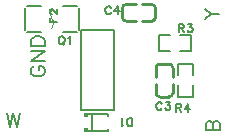
<source format=gto>
G04 Layer: TopSilkscreenLayer*
G04 EasyEDA Pro v2.2.43.4, 2025-11-18 11:00:01*
G04 Gerber Generator version 0.3*
G04 Scale: 100 percent, Rotated: No, Reflected: No*
G04 Dimensions in millimeters*
G04 Leading zeros omitted, absolute positions, 4 integers and 5 decimals*
G04 Generated by one-click*
%FSLAX45Y45*%
%MOMM*%
%ADD10C,0.203*%
%ADD11C,0.1524*%
%ADD12C,0.254*%
%ADD13C,0.15199*%
%ADD14C,0.0762*%
%ADD15C,0.3725*%
G75*


G04 Text Start*
G54D10*
G01X1839214Y988060D02*
G01X1895348Y1033018D01*
G01X1957070Y1033018D01*
G01X1839214Y1077976D02*
G01X1895348Y1033018D01*
G01X1851914Y48260D02*
G01X1969770Y48260D01*
G01X1851914Y48260D02*
G01X1851914Y98806D01*
G01X1857502Y115570D01*
G01X1863090Y121158D01*
G01X1874266Y126746D01*
G01X1885696Y126746D01*
G01X1896872Y121158D01*
G01X1902460Y115570D01*
G01X1908048Y98806D01*
G01X1908048Y48260D02*
G01X1908048Y98806D01*
G01X1913636Y115570D01*
G01X1919224Y121158D01*
G01X1930654Y126746D01*
G01X1947418Y126746D01*
G01X1958594Y121158D01*
G01X1964182Y115570D01*
G01X1969770Y98806D01*
G01X1969770Y48260D01*
G01X394208Y589788D02*
G01X382778Y583946D01*
G01X371602Y572770D01*
G01X366014Y561594D01*
G01X366014Y539242D01*
G01X371602Y527812D01*
G01X382778Y516636D01*
G01X394208Y511048D01*
G01X410972Y505460D01*
G01X438912Y505460D01*
G01X455930Y511048D01*
G01X467106Y516636D01*
G01X478282Y527812D01*
G01X483870Y539242D01*
G01X483870Y561594D01*
G01X478282Y572770D01*
G01X467106Y583946D01*
G01X455930Y589788D01*
G01X438912Y589788D01*
G01X438912Y561594D02*
G01X438912Y589788D01*
G01X366014Y637032D02*
G01X483870Y637032D01*
G01X366014Y637032D02*
G01X483870Y715772D01*
G01X366014Y715772D02*
G01X483870Y715772D01*
G01X366014Y763016D02*
G01X483870Y763016D01*
G01X366014Y763016D02*
G01X366014Y802386D01*
G01X371602Y819150D01*
G01X382778Y830326D01*
G01X394208Y835914D01*
G01X410972Y841756D01*
G01X438912Y841756D01*
G01X455930Y835914D01*
G01X467106Y830326D01*
G01X478282Y819150D01*
G01X483870Y802386D01*
G01X483870Y763016D01*
G01X162560Y192786D02*
G01X190754Y74930D01*
G01X218694Y192786D02*
G01X190754Y74930D01*
G01X218694Y192786D02*
G01X246888Y74930D01*
G01X274828Y192786D02*
G01X246888Y74930D01*
G54D11*
G01X1476502Y269240D02*
G01X1473454Y275590D01*
G01X1467104Y281686D01*
G01X1461008Y284734D01*
G01X1448562Y284734D01*
G01X1442466Y281686D01*
G01X1436116Y275590D01*
G01X1433068Y269240D01*
G01X1430020Y260096D01*
G01X1430020Y244602D01*
G01X1433068Y235204D01*
G01X1436116Y229108D01*
G01X1442466Y222758D01*
G01X1448562Y219710D01*
G01X1461008Y219710D01*
G01X1467104Y222758D01*
G01X1473454Y229108D01*
G01X1476502Y235204D01*
G01X1512824Y284734D02*
G01X1546860Y284734D01*
G01X1528318Y260096D01*
G01X1537462Y260096D01*
G01X1543812Y257048D01*
G01X1546860Y253746D01*
G01X1549908Y244602D01*
G01X1549908Y238252D01*
G01X1546860Y229108D01*
G01X1540764Y222758D01*
G01X1531366Y219710D01*
G01X1521968Y219710D01*
G01X1512824Y222758D01*
G01X1509776Y226060D01*
G01X1506728Y232156D01*
G01X1045464Y1081278D02*
G01X1042416Y1087628D01*
G01X1036066Y1093724D01*
G01X1029970Y1096772D01*
G01X1017524Y1096772D01*
G01X1011428Y1093724D01*
G01X1005078Y1087628D01*
G01X1002030Y1081278D01*
G01X998982Y1072134D01*
G01X998982Y1056640D01*
G01X1002030Y1047242D01*
G01X1005078Y1041146D01*
G01X1011428Y1034796D01*
G01X1017524Y1031748D01*
G01X1029970Y1031748D01*
G01X1036066Y1034796D01*
G01X1042416Y1041146D01*
G01X1045464Y1047242D01*
G01X1106424Y1096772D02*
G01X1075690Y1053592D01*
G01X1121918Y1053592D01*
G01X1106424Y1096772D02*
G01X1106424Y1031748D01*
G01X1224280Y83566D02*
G01X1224280Y148590D01*
G01X1224280Y83566D02*
G01X1202690Y83566D01*
G01X1193292Y86614D01*
G01X1187196Y92710D01*
G01X1184148Y99060D01*
G01X1180846Y108204D01*
G01X1180846Y123698D01*
G01X1184148Y133096D01*
G01X1187196Y139192D01*
G01X1193292Y145542D01*
G01X1202690Y148590D01*
G01X1224280Y148590D01*
G01X1150620Y96012D02*
G01X1144524Y92710D01*
G01X1135380Y83566D01*
G01X1135380Y148590D01*
G01X622734Y841400D02*
G01X616638Y838352D01*
G01X610288Y832256D01*
G01X607240Y825906D01*
G01X604192Y816762D01*
G01X604192Y801268D01*
G01X607240Y791870D01*
G01X610288Y785774D01*
G01X616638Y779424D01*
G01X622734Y776376D01*
G01X635180Y776376D01*
G01X641276Y779424D01*
G01X647626Y785774D01*
G01X650674Y791870D01*
G01X653722Y801268D01*
G01X653722Y816762D01*
G01X650674Y825906D01*
G01X647626Y832256D01*
G01X641276Y838352D01*
G01X635180Y841400D01*
G01X622734Y841400D01*
G01X632132Y788822D02*
G01X650674Y770280D01*
G01X683948Y828954D02*
G01X690044Y832256D01*
G01X699188Y841400D01*
G01X699188Y776376D01*
G01X1620520Y945134D02*
G01X1620520Y880110D01*
G01X1620520Y945134D02*
G01X1648460Y945134D01*
G01X1657604Y942086D01*
G01X1660652Y939038D01*
G01X1663954Y932688D01*
G01X1663954Y926592D01*
G01X1660652Y920496D01*
G01X1657604Y917448D01*
G01X1648460Y914146D01*
G01X1620520Y914146D01*
G01X1642110Y914146D02*
G01X1663954Y880110D01*
G01X1700276Y945134D02*
G01X1734312Y945134D01*
G01X1715770Y920496D01*
G01X1724914Y920496D01*
G01X1731264Y917448D01*
G01X1734312Y914146D01*
G01X1737360Y905002D01*
G01X1737360Y898652D01*
G01X1734312Y889508D01*
G01X1728216Y883158D01*
G01X1718818Y880110D01*
G01X1709420Y880110D01*
G01X1700276Y883158D01*
G01X1697228Y886460D01*
G01X1694180Y892556D01*
G01X1597406Y269748D02*
G01X1597406Y204724D01*
G01X1597406Y269748D02*
G01X1625346Y269748D01*
G01X1634490Y266700D01*
G01X1637538Y263652D01*
G01X1640840Y257302D01*
G01X1640840Y251206D01*
G01X1637538Y245110D01*
G01X1634490Y242062D01*
G01X1625346Y238760D01*
G01X1597406Y238760D01*
G01X1618996Y238760D02*
G01X1640840Y204724D01*
G01X1701800Y269748D02*
G01X1671066Y226568D01*
G01X1717294Y226568D01*
G01X1701800Y269748D02*
G01X1701800Y204724D01*
G01X528066Y960120D02*
G01X593090Y960120D01*
G01X528066Y960120D02*
G01X528066Y1000252D01*
G01X559054Y960120D02*
G01X559054Y985012D01*
G01X543560Y1033526D02*
G01X540512Y1033526D01*
G01X534162Y1036574D01*
G01X531114Y1039622D01*
G01X528066Y1045718D01*
G01X528066Y1058164D01*
G01X531114Y1064514D01*
G01X534162Y1067562D01*
G01X540512Y1070610D01*
G01X546608Y1070610D01*
G01X552704Y1067562D01*
G01X562102Y1061212D01*
G01X593090Y1030478D01*
G01X593090Y1073658D01*
G04 Text End*

G04 PolygonModel Start*
G54D12*
G01X1569557Y441881D02*
G01X1569557Y361884D01*
G01X1569603Y497926D02*
G01X1569603Y577924D01*
G01X1427589Y441881D02*
G01X1427589Y361884D01*
G01X1427637Y497926D02*
G01X1427637Y577924D01*
G01X1538575Y330909D02*
G01X1458570Y330909D01*
G01X1458623Y608902D02*
G01X1538625Y608902D01*
G01X1427637Y577919D02*
G02X1458623Y608902I30983J0D01*
G01X1538620Y608902D02*
G02X1569603Y577919I0J-30983D01*
G01X1569557Y361889D02*
G02X1538575Y330909I-30983J3D01*
G01X1458577Y330909D02*
G02X1427589Y361889I-5J30983D01*
G01X1310719Y1112357D02*
G01X1390716Y1112357D01*
G01X1254674Y1112403D02*
G01X1174676Y1112403D01*
G01X1310719Y970389D02*
G01X1390716Y970389D01*
G01X1254674Y970437D02*
G01X1174676Y970437D01*
G01X1421691Y1081375D02*
G01X1421691Y1001370D01*
G01X1143699Y1001423D02*
G01X1143699Y1081425D01*
G01X1174681Y970437D02*
G02X1143699Y1001423I0J30983D01*
G01X1143699Y1081420D02*
G02X1174681Y1112403I30983J0D01*
G01X1390711Y1112357D02*
G02X1421691Y1081375I-3J-30983D01*
G01X1421691Y1001377D02*
G02X1390711Y970389I-30983J-5D01*
G54D13*
G01X1017224Y41679D02*
G01X1017224Y62301D01*
G01X1017224Y186921D02*
G01X1017224Y167300D01*
G54D11*
G01X841980Y186921D02*
G01X1017224Y186921D01*
G01X841980Y41679D02*
G01X1017224Y41679D01*
G01X882424Y186921D02*
G01X882424Y41679D01*
G36*
G01X849602Y194541D02*
G01X849602Y159301D01*
G01X819122Y159301D01*
G01X819122Y194541D01*
G01X849602Y194541D01*
G37*
G36*
G01X849602Y34059D02*
G01X849602Y69299D01*
G01X819122Y69299D01*
G01X819122Y34059D01*
G01X849602Y34059D01*
G37*
G01X795769Y216545D02*
G01X795769Y896788D01*
G01X795769Y896788D02*
G01X1075047Y896788D01*
G01X1075047Y896788D02*
G01X1075047Y216545D01*
G01X1075047Y216545D02*
G01X795769Y216545D01*
G01X1544879Y853460D02*
G01X1448991Y853460D01*
G01X1448991Y853460D02*
G01X1448991Y721340D01*
G01X1448991Y721340D02*
G01X1544879Y721340D01*
G01X1630121Y853460D02*
G01X1726009Y853460D01*
G01X1726009Y853460D02*
G01X1726009Y721340D01*
G01X1726009Y721340D02*
G01X1630121Y721340D01*
G01X1742460Y512521D02*
G01X1742460Y608409D01*
G01X1742460Y608409D02*
G01X1610340Y608409D01*
G01X1610340Y608409D02*
G01X1610340Y512521D01*
G01X1742460Y427279D02*
G01X1742460Y331391D01*
G01X1742460Y331391D02*
G01X1610340Y331391D01*
G01X1610340Y331391D02*
G01X1610340Y427279D01*
G01X453481Y1099861D02*
G01X334470Y1099861D01*
G01X638721Y1099861D02*
G01X757730Y1099861D01*
G01X319230Y1084621D02*
G01X319230Y896579D01*
G01X772970Y1084621D02*
G01X772970Y896579D01*
G01X334470Y881339D02*
G01X453481Y881339D01*
G01X757730Y881339D02*
G01X638721Y881339D01*
G54D14*
G01X546100Y990600D02*
G02X546100Y1075095I73175J42247D01*
G01X546100Y990600D02*
G02X546100Y906105I-73175J-42247D01*

M02*


</source>
